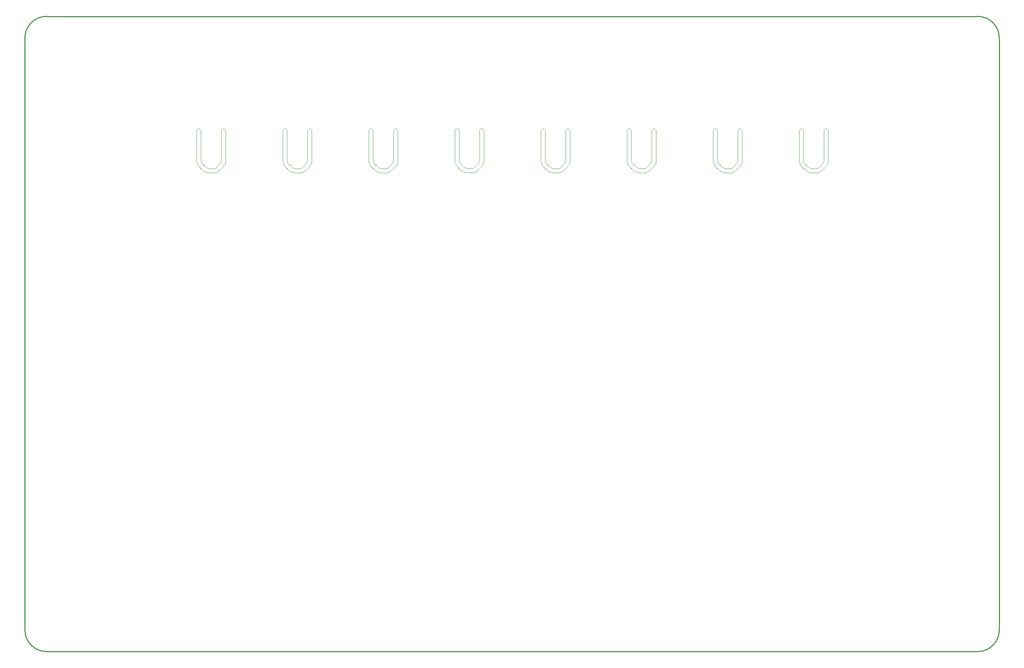
<source format=gko>
G04 Layer: BoardOutlineLayer*
G04 EasyEDA Pro v2.2.40.8, 2025-09-09 13:59:53*
G04 Gerber Generator version 0.3*
G04 Scale: 100 percent, Rotated: No, Reflected: No*
G04 Dimensions in millimeters*
G04 Leading zeros omitted, absolute positions, 4 integers and 5 decimals*
G04 Generated by one-click*
%FSLAX45Y45*%
%MOMM*%
%ADD10C,0.254*%
%ADD11C,0.0254*%
%ADD12C,0.9305*%
G75*


G04 PolygonModel Start*
G54D10*
G01X508000Y14998700D02*
G03X39Y14484430I-0J-508000D01*
G01X22491700Y0D02*
G03X22999661Y514270I0J508000D01*
G01X22999700Y14490700D02*
G03X22485430Y14998661I-508000J0D01*
G01X0Y508000D02*
G03X514270Y39I508000J-0D01*
G01X514270Y39D02*
G01X22491700Y39D01*
G01X22999700Y508000D02*
G01X22999700Y14490700D01*
G01X22485430Y14998661D02*
G01X508000Y14998661D01*
G01X0Y14490700D02*
G01X0Y508000D01*
G54D11*
G01X4053059Y12295662D02*
G01X4053059Y11557747D01*
G01X4072091Y11538716D01*
G01X4072091Y11510301D01*
G01X4094457Y11487936D01*
G01X4094457Y11468006D01*
G01X4200050Y11362413D01*
G01X4205555Y11362413D01*
G01X4230955Y11337013D01*
G01X4256355Y11337013D01*
G01X4280686Y11312682D01*
G01X4340720Y11312682D01*
G01X4345214Y11308188D01*
G01X4497289Y11308188D01*
G01X4520774Y11331673D01*
G01X4550189Y11331673D01*
G01X4580596Y11362081D01*
G01X4591736Y11362081D01*
G01X4688155Y11458500D01*
G01X4688155Y11476713D01*
G01X4726255Y11514813D01*
G01X4726255Y11540213D01*
G01X4734816Y11548774D01*
G01X4734816Y12298074D01*
G01X4738955Y12302213D01*
G01X4738955Y12314913D01*
G01X4704281Y12349588D01*
G01X4672030Y12349588D01*
G01X4637355Y12314913D01*
G01X4637355Y11581042D01*
G01X4621576Y11565263D01*
G01X4621576Y11538350D01*
G01X4544257Y11461030D01*
G01X4544257Y11460662D01*
G01X4493383Y11409788D01*
G01X4310385Y11409788D01*
G01X4281412Y11438761D01*
G01X4270061Y11438761D01*
G01X4164714Y11544109D01*
G01X4164714Y11582484D01*
G01X4154755Y11592442D01*
G01X4154755Y12314913D01*
G01X4123110Y12346559D01*
G01X4084801Y12346559D01*
G01X4053155Y12314913D01*
G01X4053155Y12295662D01*
G01X4053059Y12295662D01*
G01X6085059Y12295662D02*
G01X6085059Y11557747D01*
G01X6104091Y11538716D01*
G01X6104091Y11510301D01*
G01X6126457Y11487936D01*
G01X6126457Y11468006D01*
G01X6232050Y11362413D01*
G01X6237555Y11362413D01*
G01X6262955Y11337013D01*
G01X6288355Y11337013D01*
G01X6312686Y11312682D01*
G01X6372720Y11312682D01*
G01X6377214Y11308188D01*
G01X6529289Y11308188D01*
G01X6552774Y11331673D01*
G01X6582189Y11331673D01*
G01X6612596Y11362081D01*
G01X6623736Y11362081D01*
G01X6720155Y11458500D01*
G01X6720155Y11476713D01*
G01X6758255Y11514813D01*
G01X6758255Y11540213D01*
G01X6766816Y11548774D01*
G01X6766816Y12298074D01*
G01X6770955Y12302213D01*
G01X6770955Y12314913D01*
G01X6736281Y12349588D01*
G01X6704030Y12349588D01*
G01X6669355Y12314913D01*
G01X6669355Y11581042D01*
G01X6653576Y11565263D01*
G01X6653576Y11538350D01*
G01X6576257Y11461030D01*
G01X6576257Y11460662D01*
G01X6525383Y11409788D01*
G01X6342385Y11409788D01*
G01X6313412Y11438761D01*
G01X6302061Y11438761D01*
G01X6196714Y11544109D01*
G01X6196714Y11582484D01*
G01X6186755Y11592442D01*
G01X6186755Y12314913D01*
G01X6155110Y12346559D01*
G01X6116801Y12346559D01*
G01X6085155Y12314913D01*
G01X6085155Y12295662D01*
G01X6085059Y12295662D01*
G01X8117059Y12295662D02*
G01X8117059Y11557747D01*
G01X8136091Y11538716D01*
G01X8136091Y11510301D01*
G01X8158457Y11487936D01*
G01X8158457Y11468006D01*
G01X8264050Y11362413D01*
G01X8269555Y11362413D01*
G01X8294955Y11337013D01*
G01X8320355Y11337013D01*
G01X8344686Y11312682D01*
G01X8404720Y11312682D01*
G01X8409214Y11308188D01*
G01X8561289Y11308188D01*
G01X8584774Y11331673D01*
G01X8614189Y11331673D01*
G01X8644596Y11362081D01*
G01X8655736Y11362081D01*
G01X8752155Y11458500D01*
G01X8752155Y11476713D01*
G01X8790255Y11514813D01*
G01X8790255Y11540213D01*
G01X8798816Y11548774D01*
G01X8798816Y12298074D01*
G01X8802955Y12302213D01*
G01X8802955Y12314913D01*
G01X8768281Y12349588D01*
G01X8736030Y12349588D01*
G01X8701355Y12314913D01*
G01X8701355Y11581042D01*
G01X8685576Y11565263D01*
G01X8685576Y11538350D01*
G01X8608257Y11461030D01*
G01X8608257Y11460662D01*
G01X8557383Y11409788D01*
G01X8374385Y11409788D01*
G01X8345412Y11438761D01*
G01X8334061Y11438761D01*
G01X8228714Y11544109D01*
G01X8228714Y11582484D01*
G01X8218755Y11592442D01*
G01X8218755Y12314913D01*
G01X8187110Y12346559D01*
G01X8148801Y12346559D01*
G01X8117155Y12314913D01*
G01X8117155Y12295662D01*
G01X8117059Y12295662D01*
G01X10147204Y12297518D02*
G01X10147204Y11559603D01*
G01X10166236Y11540571D01*
G01X10166236Y11512157D01*
G01X10188601Y11489791D01*
G01X10188601Y11469862D01*
G01X10294195Y11364269D01*
G01X10299700Y11364269D01*
G01X10325100Y11338869D01*
G01X10350500Y11338869D01*
G01X10374831Y11314538D01*
G01X10434864Y11314538D01*
G01X10439358Y11310043D01*
G01X10591433Y11310043D01*
G01X10614919Y11333529D01*
G01X10644333Y11333529D01*
G01X10674741Y11363936D01*
G01X10685881Y11363936D01*
G01X10782300Y11460356D01*
G01X10782300Y11478569D01*
G01X10820400Y11516669D01*
G01X10820400Y11542069D01*
G01X10828961Y11550629D01*
G01X10828961Y12299929D01*
G01X10833100Y12304069D01*
G01X10833100Y12316769D01*
G01X10798425Y12351443D01*
G01X10766175Y12351443D01*
G01X10731500Y12316769D01*
G01X10731500Y11582897D01*
G01X10715721Y11567119D01*
G01X10715721Y11540205D01*
G01X10638402Y11462886D01*
G01X10638402Y11462518D01*
G01X10587527Y11411643D01*
G01X10404530Y11411643D01*
G01X10375556Y11440617D01*
G01X10364206Y11440617D01*
G01X10258858Y11545964D01*
G01X10258858Y11584339D01*
G01X10248900Y11594297D01*
G01X10248900Y12316769D01*
G01X10217254Y12348414D01*
G01X10178946Y12348414D01*
G01X10147300Y12316769D01*
G01X10147300Y12297518D01*
G01X10147204Y12297518D01*
G01X12181059Y12295662D02*
G01X12181059Y11557747D01*
G01X12200091Y11538716D01*
G01X12200091Y11510301D01*
G01X12222457Y11487936D01*
G01X12222457Y11468006D01*
G01X12328050Y11362413D01*
G01X12333555Y11362413D01*
G01X12358955Y11337013D01*
G01X12384355Y11337013D01*
G01X12408686Y11312682D01*
G01X12468720Y11312682D01*
G01X12473214Y11308188D01*
G01X12625289Y11308188D01*
G01X12648774Y11331673D01*
G01X12678189Y11331673D01*
G01X12708596Y11362081D01*
G01X12719736Y11362081D01*
G01X12816155Y11458500D01*
G01X12816155Y11476713D01*
G01X12854255Y11514813D01*
G01X12854255Y11540213D01*
G01X12862816Y11548774D01*
G01X12862816Y12298074D01*
G01X12866955Y12302213D01*
G01X12866955Y12314913D01*
G01X12832281Y12349588D01*
G01X12800030Y12349588D01*
G01X12765355Y12314913D01*
G01X12765355Y11581042D01*
G01X12749576Y11565263D01*
G01X12749576Y11538350D01*
G01X12672257Y11461030D01*
G01X12672257Y11460662D01*
G01X12621383Y11409788D01*
G01X12438385Y11409788D01*
G01X12409412Y11438761D01*
G01X12398061Y11438761D01*
G01X12292714Y11544109D01*
G01X12292714Y11582484D01*
G01X12282755Y11592442D01*
G01X12282755Y12314913D01*
G01X12251110Y12346559D01*
G01X12212801Y12346559D01*
G01X12181155Y12314913D01*
G01X12181155Y12295662D01*
G01X12181059Y12295662D01*
G01X14213059Y12295662D02*
G01X14213059Y11557747D01*
G01X14232091Y11538716D01*
G01X14232091Y11510301D01*
G01X14254457Y11487936D01*
G01X14254457Y11468006D01*
G01X14360050Y11362413D01*
G01X14365555Y11362413D01*
G01X14390955Y11337013D01*
G01X14416355Y11337013D01*
G01X14440686Y11312682D01*
G01X14500720Y11312682D01*
G01X14505214Y11308188D01*
G01X14657289Y11308188D01*
G01X14680774Y11331673D01*
G01X14710189Y11331673D01*
G01X14740596Y11362081D01*
G01X14751736Y11362081D01*
G01X14848155Y11458500D01*
G01X14848155Y11476713D01*
G01X14886255Y11514813D01*
G01X14886255Y11540213D01*
G01X14894816Y11548774D01*
G01X14894816Y12298074D01*
G01X14898955Y12302213D01*
G01X14898955Y12314913D01*
G01X14864281Y12349588D01*
G01X14832030Y12349588D01*
G01X14797355Y12314913D01*
G01X14797355Y11581042D01*
G01X14781576Y11565263D01*
G01X14781576Y11538350D01*
G01X14704257Y11461030D01*
G01X14704257Y11460662D01*
G01X14653383Y11409788D01*
G01X14470385Y11409788D01*
G01X14441412Y11438761D01*
G01X14430061Y11438761D01*
G01X14324714Y11544109D01*
G01X14324714Y11582484D01*
G01X14314755Y11592442D01*
G01X14314755Y12314913D01*
G01X14283110Y12346559D01*
G01X14244801Y12346559D01*
G01X14213155Y12314913D01*
G01X14213155Y12295662D01*
G01X14213059Y12295662D01*
G01X16245059Y12295662D02*
G01X16245059Y11557747D01*
G01X16264091Y11538716D01*
G01X16264091Y11510301D01*
G01X16286457Y11487936D01*
G01X16286457Y11468006D01*
G01X16392050Y11362413D01*
G01X16397555Y11362413D01*
G01X16422955Y11337013D01*
G01X16448355Y11337013D01*
G01X16472686Y11312682D01*
G01X16532720Y11312682D01*
G01X16537214Y11308188D01*
G01X16689289Y11308188D01*
G01X16712774Y11331673D01*
G01X16742189Y11331673D01*
G01X16772596Y11362081D01*
G01X16783736Y11362081D01*
G01X16880155Y11458500D01*
G01X16880155Y11476713D01*
G01X16918255Y11514813D01*
G01X16918255Y11540213D01*
G01X16926816Y11548774D01*
G01X16926816Y12298074D01*
G01X16930955Y12302213D01*
G01X16930955Y12314913D01*
G01X16896281Y12349588D01*
G01X16864030Y12349588D01*
G01X16829355Y12314913D01*
G01X16829355Y11581042D01*
G01X16813576Y11565263D01*
G01X16813576Y11538350D01*
G01X16736257Y11461030D01*
G01X16736257Y11460662D01*
G01X16685383Y11409788D01*
G01X16502385Y11409788D01*
G01X16473412Y11438761D01*
G01X16462061Y11438761D01*
G01X16356714Y11544109D01*
G01X16356714Y11582484D01*
G01X16346755Y11592442D01*
G01X16346755Y12314913D01*
G01X16315110Y12346559D01*
G01X16276801Y12346559D01*
G01X16245155Y12314913D01*
G01X16245155Y12295662D01*
G01X16245059Y12295662D01*
G01X18277059Y12295662D02*
G01X18277059Y11557747D01*
G01X18296091Y11538716D01*
G01X18296091Y11510301D01*
G01X18318457Y11487936D01*
G01X18318457Y11468006D01*
G01X18424050Y11362413D01*
G01X18429555Y11362413D01*
G01X18454955Y11337013D01*
G01X18480355Y11337013D01*
G01X18504686Y11312682D01*
G01X18564720Y11312682D01*
G01X18569214Y11308188D01*
G01X18721289Y11308188D01*
G01X18744774Y11331673D01*
G01X18774189Y11331673D01*
G01X18804596Y11362081D01*
G01X18815736Y11362081D01*
G01X18912155Y11458500D01*
G01X18912155Y11476713D01*
G01X18950255Y11514813D01*
G01X18950255Y11540213D01*
G01X18958816Y11548774D01*
G01X18958816Y12298074D01*
G01X18962955Y12302213D01*
G01X18962955Y12314913D01*
G01X18928281Y12349588D01*
G01X18896030Y12349588D01*
G01X18861355Y12314913D01*
G01X18861355Y11581042D01*
G01X18845576Y11565263D01*
G01X18845576Y11538350D01*
G01X18768257Y11461030D01*
G01X18768257Y11460662D01*
G01X18717383Y11409788D01*
G01X18534385Y11409788D01*
G01X18505412Y11438761D01*
G01X18494061Y11438761D01*
G01X18388714Y11544109D01*
G01X18388714Y11582484D01*
G01X18378755Y11592442D01*
G01X18378755Y12314913D01*
G01X18347110Y12346559D01*
G01X18308801Y12346559D01*
G01X18277155Y12314913D01*
G01X18277155Y12295662D01*
G01X18277059Y12295662D01*

M02*


</source>
